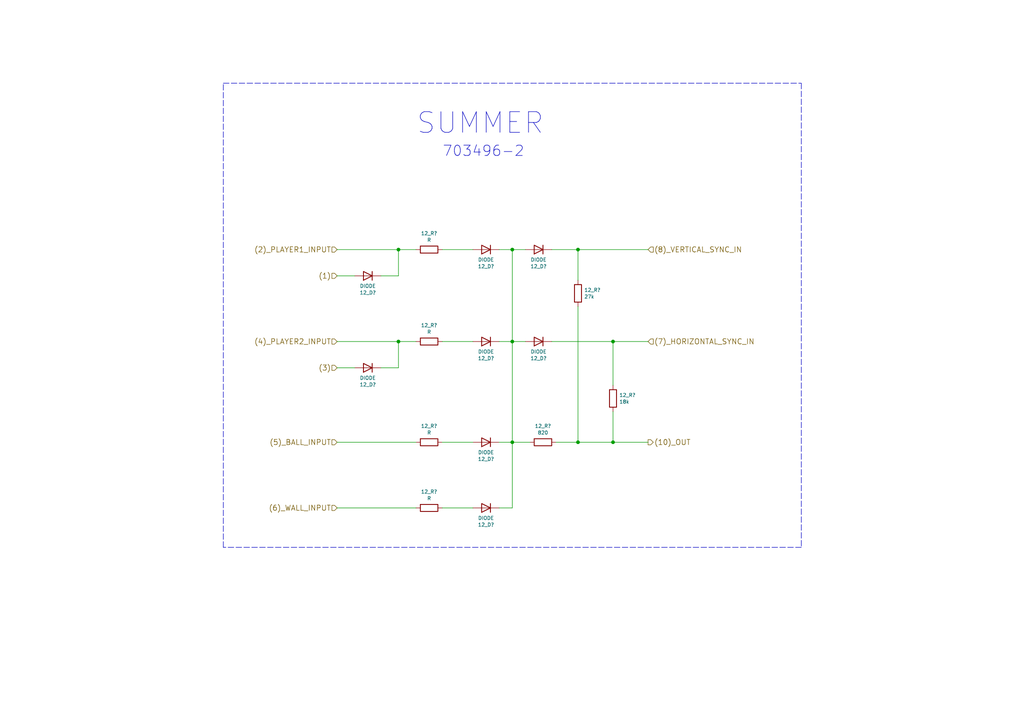
<source format=kicad_sch>
(kicad_sch (version 20250114) (generator "eeschema") (generator_version "9.0")
  (paper "A4")
  (lib_symbols
    (symbol "Device:D" (pin_numbers (hide yes)) (pin_names (offset 1.016) (hide yes))
      (property "Reference" "D" (at 0 2.54 0))
      (property "Value" "D" (at 0 -2.54 0))
      (symbol "D_0_1"
        (polyline (pts (xy -1.27 1.27) (xy -1.27 -1.27)) (stroke (width 0.254)))
        (polyline (pts (xy 1.27 1.27) (xy 1.27 -1.27) (xy -1.27 0) (xy 1.27 1.27)) (stroke (width 0.254)))
        (polyline (pts (xy 1.27 0) (xy -1.27 0)))
      )
      (symbol "D_1_1"
        (pin passive line (at -3.81 0 0) (length 2.54) (name "K") (number "1"))
        (pin passive line (at 3.81 0 180) (length 2.54) (name "A") (number "2"))
      )
    )
    (symbol "Device:R" (pin_numbers (hide yes)) (pin_names (offset 0))
      (property "Reference" "R" (at 2.032 0 90))
      (property "Value" "R" (at 0 0 90))
      (symbol "R_0_1"
        (rectangle (start -1.016 -2.54) (end 1.016 2.54) (stroke (width 0.254)))
      )
      (symbol "R_1_1"
        (pin passive line (at 0 3.81 270) (length 1.27) (name "~") (number "1"))
        (pin passive line (at 0 -3.81 90) (length 1.27) (name "~") (number "2"))
      )
    )
  )
  (text "703496-2" (at 128.27 45.72 0) (effects (font (size 2.9972 2.9972)) (justify left bottom)))
  (text "SUMMER " (at 120.65 39.37 0) (effects (font (size 5.9944 5.9944)) (justify left bottom)))
  (junction (at 177.8 128.27))
  (junction (at 148.59 99.06))
  (junction (at 167.64 128.27))
  (junction (at 115.57 72.39))
  (junction (at 167.64 72.39))
  (junction (at 115.57 99.06))
  (junction (at 148.59 72.39))
  (junction (at 177.8 99.06))
  (junction (at 148.59 128.27))
  (wire (pts (xy 148.59 99.06) (xy 152.4 99.06)))
  (wire (pts (xy 167.64 128.27) (xy 177.8 128.27)))
  (wire (pts (xy 148.59 72.39) (xy 152.4 72.39)))
  (wire (pts (xy 167.64 88.9) (xy 167.64 128.27)))
  (wire (pts (xy 97.79 128.27) (xy 120.65 128.27)))
  (wire (pts (xy 110.49 80.01) (xy 115.57 80.01)))
  (wire (pts (xy 128.27 147.32) (xy 137.16 147.32)))
  (wire (pts (xy 167.64 72.39) (xy 187.96 72.39)))
  (wire (pts (xy 115.57 72.39) (xy 120.65 72.39)))
  (wire (pts (xy 97.79 72.39) (xy 115.57 72.39)))
  (wire (pts (xy 128.27 99.06) (xy 137.16 99.06)))
  (wire (pts (xy 148.59 147.32) (xy 148.59 128.27)))
  (wire (pts (xy 177.8 99.06) (xy 187.96 99.06)))
  (wire (pts (xy 144.78 147.32) (xy 148.59 147.32)))
  (wire (pts (xy 160.02 99.06) (xy 177.8 99.06)))
  (wire (pts (xy 177.8 119.38) (xy 177.8 128.27)))
  (wire (pts (xy 167.64 72.39) (xy 167.64 81.28)))
  (wire (pts (xy 144.78 72.39) (xy 148.59 72.39)))
  (wire (pts (xy 144.78 99.06) (xy 148.59 99.06)))
  (wire (pts (xy 110.49 106.68) (xy 115.57 106.68)))
  (polyline (pts (xy 232.41 158.75) (xy 64.77 158.75)) (stroke (width 0) (type dash)))
  (wire (pts (xy 177.8 99.06) (xy 177.8 111.76)))
  (wire (pts (xy 148.59 128.27) (xy 153.67 128.27)))
  (wire (pts (xy 144.78 128.27) (xy 148.59 128.27)))
  (polyline (pts (xy 232.41 24.13) (xy 232.41 158.75)) (stroke (width 0) (type dash)))
  (polyline (pts (xy 64.77 158.75) (xy 64.77 24.13)) (stroke (width 0) (type dash)))
  (wire (pts (xy 148.59 99.06) (xy 148.59 72.39)))
  (wire (pts (xy 160.02 72.39) (xy 167.64 72.39)))
  (wire (pts (xy 128.27 128.27) (xy 137.16 128.27)))
  (wire (pts (xy 115.57 106.68) (xy 115.57 99.06)))
  (wire (pts (xy 97.79 147.32) (xy 120.65 147.32)))
  (wire (pts (xy 161.29 128.27) (xy 167.64 128.27)))
  (wire (pts (xy 97.79 80.01) (xy 102.87 80.01)))
  (polyline (pts (xy 64.77 24.13) (xy 232.41 24.13)) (stroke (width 0) (type dash)))
  (wire (pts (xy 97.79 106.68) (xy 102.87 106.68)))
  (wire (pts (xy 115.57 80.01) (xy 115.57 72.39)))
  (wire (pts (xy 148.59 128.27) (xy 148.59 99.06)))
  (wire (pts (xy 177.8 128.27) (xy 187.96 128.27)))
  (wire (pts (xy 115.57 99.06) (xy 120.65 99.06)))
  (wire (pts (xy 97.79 99.06) (xy 115.57 99.06)))
  (wire (pts (xy 128.27 72.39) (xy 137.16 72.39)))
  (hierarchical_label "(5)_BALL_INPUT" (shape input) (at 97.79 128.27 180) (effects (font (size 1.524 1.524))))
  (hierarchical_label "(6)_WALL_INPUT" (shape input) (at 97.79 147.32 180) (effects (font (size 1.524 1.524))))
  (hierarchical_label "(10)_OUT" (shape output) (at 187.96 128.27 0) (effects (font (size 1.524 1.524))))
  (hierarchical_label "(3)" (shape input) (at 97.79 106.68 180) (effects (font (size 1.524 1.524))))
  (hierarchical_label "(7)_HORIZONTAL_SYNC_IN" (shape input) (at 187.96 99.06 0) (effects (font (size 1.524 1.524))))
  (hierarchical_label "(4)_PLAYER2_INPUT" (shape input) (at 97.79 99.06 180) (effects (font (size 1.524 1.524))))
  (hierarchical_label "(8)_VERTICAL_SYNC_IN" (shape input) (at 187.96 72.39 0) (effects (font (size 1.524 1.524))))
  (hierarchical_label "(1)" (shape input) (at 97.79 80.01 180) (effects (font (size 1.524 1.524))))
  (hierarchical_label "(2)_PLAYER1_INPUT" (shape input) (at 97.79 72.39 180) (effects (font (size 1.524 1.524))))
  (symbol (lib_id "Device:R") (at 124.46 72.39 270) (unit 1)
    (property "Reference" "12_R?" (at 124.46 67.691 90) (effects (font (size 1.016 1.016))))
    (property "Value" "R" (at 124.46 69.6214 90) (effects (font (size 1.016 1.016))))
    (property "Description" "Resistor" (effects (hide yes)))
  )
  (symbol (lib_id "Device:D") (at 140.97 72.39 180) (unit 1)
    (property "Reference" "12_D?" (at 140.97 77.2668 0) (effects (font (size 1.016 1.016))))
    (property "Value" "DIODE" (at 140.97 75.3364 0) (effects (font (size 1.016 1.016))))
    (property "Description" "Diode" (effects (hide yes)))
    (property "Sim.Device" "D" (effects (hide yes)))
    (property "Sim.Pins" "1=K 2=A" (effects (hide yes)))
  )
  (symbol (lib_id "Device:D") (at 156.21 72.39 180) (unit 1)
    (property "Reference" "12_D?" (at 156.21 77.2668 0) (effects (font (size 1.016 1.016))))
    (property "Value" "DIODE" (at 156.21 75.3364 0) (effects (font (size 1.016 1.016))))
    (property "Description" "Diode" (effects (hide yes)))
    (property "Sim.Device" "D" (effects (hide yes)))
    (property "Sim.Pins" "1=K 2=A" (effects (hide yes)))
  )
  (symbol (lib_id "Device:D") (at 106.68 80.01 180) (unit 1)
    (property "Reference" "12_D?" (at 106.68 84.8868 0) (effects (font (size 1.016 1.016))))
    (property "Value" "DIODE" (at 106.68 82.9564 0) (effects (font (size 1.016 1.016))))
    (property "Description" "Diode" (effects (hide yes)))
    (property "Sim.Device" "D" (effects (hide yes)))
    (property "Sim.Pins" "1=K 2=A" (effects (hide yes)))
  )
  (symbol (lib_id "Device:R") (at 124.46 99.06 270) (unit 1)
    (property "Reference" "12_R?" (at 124.46 94.361 90) (effects (font (size 1.016 1.016))))
    (property "Value" "R" (at 124.46 96.2914 90) (effects (font (size 1.016 1.016))))
    (property "Description" "Resistor" (effects (hide yes)))
  )
  (symbol (lib_id "Device:D") (at 140.97 99.06 180) (unit 1)
    (property "Reference" "12_D?" (at 140.97 103.9368 0) (effects (font (size 1.016 1.016))))
    (property "Value" "DIODE" (at 140.97 102.0064 0) (effects (font (size 1.016 1.016))))
    (property "Description" "Diode" (effects (hide yes)))
    (property "Sim.Device" "D" (effects (hide yes)))
    (property "Sim.Pins" "1=K 2=A" (effects (hide yes)))
  )
  (symbol (lib_id "Device:D") (at 156.21 99.06 180) (unit 1)
    (property "Reference" "12_D?" (at 156.21 103.9368 0) (effects (font (size 1.016 1.016))))
    (property "Value" "DIODE" (at 156.21 102.0064 0) (effects (font (size 1.016 1.016))))
    (property "Description" "Diode" (effects (hide yes)))
    (property "Sim.Device" "D" (effects (hide yes)))
    (property "Sim.Pins" "1=K 2=A" (effects (hide yes)))
  )
  (symbol (lib_id "Device:D") (at 106.68 106.68 180) (unit 1)
    (property "Reference" "12_D?" (at 106.68 111.5568 0) (effects (font (size 1.016 1.016))))
    (property "Value" "DIODE" (at 106.68 109.6264 0) (effects (font (size 1.016 1.016))))
    (property "Description" "Diode" (effects (hide yes)))
    (property "Sim.Device" "D" (effects (hide yes)))
    (property "Sim.Pins" "1=K 2=A" (effects (hide yes)))
  )
  (symbol (lib_id "Device:R") (at 124.46 128.27 270) (unit 1)
    (property "Reference" "12_R?" (at 124.46 123.571 90) (effects (font (size 1.016 1.016))))
    (property "Value" "R" (at 124.46 125.5014 90) (effects (font (size 1.016 1.016))))
    (property "Description" "Resistor" (effects (hide yes)))
  )
  (symbol (lib_id "Device:D") (at 140.97 128.27 180) (unit 1)
    (property "Reference" "12_D?" (at 140.97 133.1468 0) (effects (font (size 1.016 1.016))))
    (property "Value" "DIODE" (at 140.97 131.2164 0) (effects (font (size 1.016 1.016))))
    (property "Description" "Diode" (effects (hide yes)))
    (property "Sim.Device" "D" (effects (hide yes)))
    (property "Sim.Pins" "1=K 2=A" (effects (hide yes)))
  )
  (symbol (lib_id "Device:R") (at 157.48 128.27 270) (unit 1)
    (property "Reference" "12_R?" (at 157.48 123.571 90) (effects (font (size 1.016 1.016))))
    (property "Value" "820" (at 157.48 125.5014 90) (effects (font (size 1.016 1.016))))
    (property "Description" "Resistor" (effects (hide yes)))
  )
  (symbol (lib_id "Device:R") (at 124.46 147.32 270) (unit 1)
    (property "Reference" "12_R?" (at 124.46 142.621 90) (effects (font (size 1.016 1.016))))
    (property "Value" "R" (at 124.46 144.5514 90) (effects (font (size 1.016 1.016))))
    (property "Description" "Resistor" (effects (hide yes)))
  )
  (symbol (lib_id "Device:D") (at 140.97 147.32 180) (unit 1)
    (property "Reference" "12_D?" (at 140.97 152.1968 0) (effects (font (size 1.016 1.016))))
    (property "Value" "DIODE" (at 140.97 150.2664 0) (effects (font (size 1.016 1.016))))
    (property "Description" "Diode" (effects (hide yes)))
    (property "Sim.Device" "D" (effects (hide yes)))
    (property "Sim.Pins" "1=K 2=A" (effects (hide yes)))
  )
  (symbol (lib_id "Device:R") (at 167.64 85.09 180) (unit 1)
    (property "Reference" "12_R?" (at 169.4434 84.1248 0) (effects (font (size 1.016 1.016)) (justify right)))
    (property "Value" "27k" (at 169.4434 86.0552 0) (effects (font (size 1.016 1.016)) (justify right)))
    (property "Description" "Resistor" (effects (hide yes)))
  )
  (symbol (lib_id "Device:R") (at 177.8 115.57 180) (unit 1)
    (property "Reference" "12_R?" (at 179.6034 114.6048 0) (effects (font (size 1.016 1.016)) (justify right)))
    (property "Value" "18k" (at 179.6034 116.5352 0) (effects (font (size 1.016 1.016)) (justify right)))
    (property "Description" "Resistor" (effects (hide yes)))
  )
)
</source>
